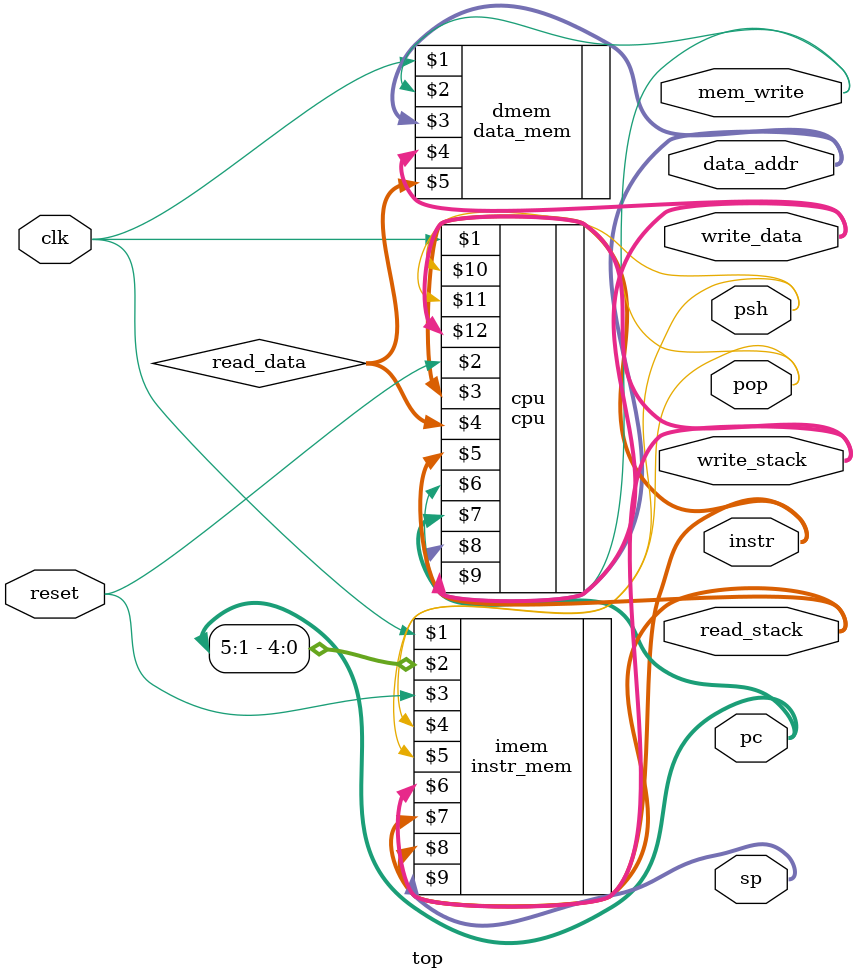
<source format=v>
`timescale 1ns / 1ps


module top(
    input         clk, 
    input         reset,
    output [15:0] write_data,
    output [15:0] data_addr,
    output        mem_write,
    output        pop,
    output        psh,
    output [15:0] read_stack,
    output [15:0] pc,
    output [15:0] sp,
    output [15:0] instr,       
    output [15:0] write_stack       
);

wire [15:0] read_data;

cpu cpu(
    clk, reset, instr, read_data, read_stack, 
    mem_write, pc, data_addr, write_data, psh, pop,  write_stack
);
    
// fetch instruction    
instr_mem imem(
    clk, pc[5:1], reset, psh, pop, write_stack,
    instr, read_stack, sp
);

// read/write data from/to memory or from/to stack                  
data_mem dmem(
    clk, mem_write, data_addr, write_data, 
    read_data
);

always @(posedge clk) begin
    if(!reset) begin
        $display("/*******************************/");
        $display("\tPC: %d", pc);
        $display("\tLINE: %d", (pc >> 1) + 1);
        $display("\tINSTR: %b", instr);
        $display("\tCONTROL SIGNALS:");
        $display("\t\tMEM WRITE: %b", mem_write);
        $display("\t\tPSH:       %b", psh);
        $display("\t\tPOP:       %b", pop);
        $display("\tPOP DATA: %h", read_stack);
        $display("\tPSH DATA: %h", write_stack);
    end
end
       
endmodule 

</source>
